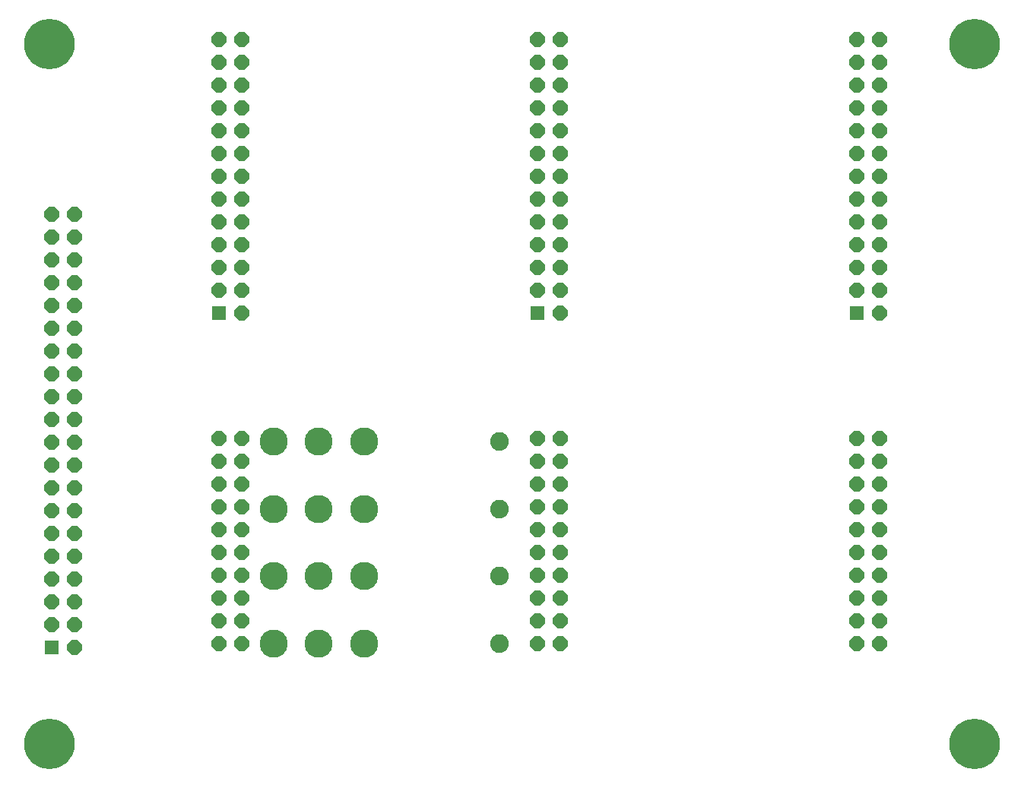
<source format=gbs>
G75*
%MOIN*%
%OFA0B0*%
%FSLAX25Y25*%
%IPPOS*%
%LPD*%
%AMOC8*
5,1,8,0,0,1.08239X$1,22.5*
%
%ADD10C,0.12311*%
%ADD11C,0.08177*%
%ADD12OC8,0.06406*%
%ADD13R,0.06406X0.06406*%
%ADD14C,0.22154*%
D10*
X0165705Y0080512D03*
X0185547Y0080512D03*
X0205390Y0080512D03*
X0205390Y0110276D03*
X0185547Y0110276D03*
X0165705Y0110276D03*
X0165705Y0139567D03*
X0185547Y0139567D03*
X0205390Y0139567D03*
X0205390Y0169331D03*
X0185547Y0169331D03*
X0165705Y0169331D03*
D11*
X0264917Y0169331D03*
X0264917Y0139567D03*
X0264917Y0110276D03*
X0264917Y0080512D03*
D12*
X0281571Y0080350D03*
X0291571Y0080350D03*
X0291571Y0090350D03*
X0281571Y0090350D03*
X0281571Y0100350D03*
X0291571Y0100350D03*
X0291571Y0110350D03*
X0281571Y0110350D03*
X0281571Y0120350D03*
X0291571Y0120350D03*
X0291571Y0130350D03*
X0281571Y0130350D03*
X0281571Y0140350D03*
X0291571Y0140350D03*
X0291571Y0150350D03*
X0281571Y0150350D03*
X0281571Y0160350D03*
X0291571Y0160350D03*
X0291571Y0170350D03*
X0281571Y0170350D03*
X0291571Y0225547D03*
X0291571Y0235547D03*
X0281571Y0235547D03*
X0281571Y0245547D03*
X0291571Y0245547D03*
X0291571Y0255547D03*
X0281571Y0255547D03*
X0281571Y0265547D03*
X0291571Y0265547D03*
X0291571Y0275547D03*
X0281571Y0275547D03*
X0281571Y0285547D03*
X0291571Y0285547D03*
X0291571Y0295547D03*
X0281571Y0295547D03*
X0281571Y0305547D03*
X0291571Y0305547D03*
X0291571Y0315547D03*
X0281571Y0315547D03*
X0281571Y0325547D03*
X0291571Y0325547D03*
X0291571Y0335547D03*
X0281571Y0335547D03*
X0281571Y0345547D03*
X0291571Y0345547D03*
X0421335Y0345547D03*
X0431335Y0345547D03*
X0431335Y0335547D03*
X0431335Y0325547D03*
X0421335Y0325547D03*
X0421335Y0335547D03*
X0421335Y0315547D03*
X0431335Y0315547D03*
X0431335Y0305547D03*
X0421335Y0305547D03*
X0421335Y0295547D03*
X0431335Y0295547D03*
X0431335Y0285547D03*
X0421335Y0285547D03*
X0421335Y0275547D03*
X0431335Y0275547D03*
X0431335Y0265547D03*
X0431335Y0255547D03*
X0421335Y0255547D03*
X0421335Y0265547D03*
X0421335Y0245547D03*
X0431335Y0245547D03*
X0431335Y0235547D03*
X0431335Y0225547D03*
X0421335Y0235547D03*
X0421335Y0170350D03*
X0431335Y0170350D03*
X0431335Y0160350D03*
X0431335Y0150350D03*
X0421335Y0150350D03*
X0421335Y0160350D03*
X0421335Y0140350D03*
X0431335Y0140350D03*
X0431335Y0130350D03*
X0431335Y0120350D03*
X0421335Y0120350D03*
X0421335Y0130350D03*
X0421335Y0110350D03*
X0431335Y0110350D03*
X0431335Y0100350D03*
X0431335Y0090350D03*
X0421335Y0090350D03*
X0421335Y0100350D03*
X0421335Y0080350D03*
X0431335Y0080350D03*
X0151807Y0080350D03*
X0141807Y0080350D03*
X0141807Y0090350D03*
X0151807Y0090350D03*
X0151807Y0100350D03*
X0141807Y0100350D03*
X0141807Y0110350D03*
X0151807Y0110350D03*
X0151807Y0120350D03*
X0141807Y0120350D03*
X0141807Y0130350D03*
X0151807Y0130350D03*
X0151807Y0140350D03*
X0141807Y0140350D03*
X0141807Y0150350D03*
X0151807Y0150350D03*
X0151807Y0160350D03*
X0141807Y0160350D03*
X0141807Y0170350D03*
X0151807Y0170350D03*
X0151807Y0225547D03*
X0151807Y0235547D03*
X0141807Y0235547D03*
X0141807Y0245547D03*
X0151807Y0245547D03*
X0151807Y0255547D03*
X0141807Y0255547D03*
X0141807Y0265547D03*
X0151807Y0265547D03*
X0151807Y0275547D03*
X0141807Y0275547D03*
X0141807Y0285547D03*
X0151807Y0285547D03*
X0151807Y0295547D03*
X0141807Y0295547D03*
X0141807Y0305547D03*
X0151807Y0305547D03*
X0151807Y0315547D03*
X0141807Y0315547D03*
X0141807Y0325547D03*
X0151807Y0325547D03*
X0151807Y0335547D03*
X0141807Y0335547D03*
X0141807Y0345547D03*
X0151807Y0345547D03*
X0078343Y0268776D03*
X0078343Y0258776D03*
X0068343Y0258776D03*
X0068343Y0268776D03*
X0068343Y0248776D03*
X0078343Y0248776D03*
X0078343Y0238776D03*
X0078343Y0228776D03*
X0068343Y0228776D03*
X0068343Y0238776D03*
X0068343Y0218776D03*
X0078343Y0218776D03*
X0078343Y0208776D03*
X0078343Y0198776D03*
X0068343Y0198776D03*
X0068343Y0208776D03*
X0068343Y0188776D03*
X0078343Y0188776D03*
X0078343Y0178776D03*
X0078343Y0168776D03*
X0068343Y0168776D03*
X0068343Y0178776D03*
X0068343Y0158776D03*
X0078343Y0158776D03*
X0078343Y0148776D03*
X0078343Y0138776D03*
X0068343Y0138776D03*
X0068343Y0148776D03*
X0068343Y0128776D03*
X0078343Y0128776D03*
X0078343Y0118776D03*
X0078343Y0108776D03*
X0068343Y0108776D03*
X0068343Y0118776D03*
X0068343Y0098776D03*
X0078343Y0098776D03*
X0078343Y0088776D03*
X0078343Y0078776D03*
X0068343Y0088776D03*
D13*
X0068343Y0078776D03*
X0141807Y0225547D03*
X0281571Y0225547D03*
X0421335Y0225547D03*
D14*
X0067555Y0036492D03*
X0067555Y0343579D03*
X0473067Y0343579D03*
X0473067Y0036492D03*
M02*

</source>
